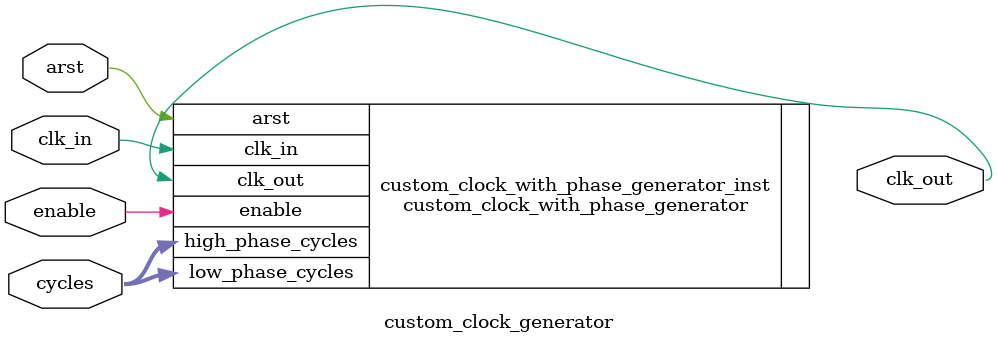
<source format=v>
`ifndef __CUSTOM_CLOCK_GENERATOR_V__
`define __CUSTOM_CLOCK_GENERATOR_V__

module custom_clock_generator
    #(parameter integer CYCLE_WIDTH = 16)
    (
        input arst,
        input clk_in,
        input enable,
        input [CYCLE_WIDTH-1:0] cycles,
        output reg clk_out
    );

    custom_clock_with_phase_generator #(
        .CYCLE_WIDTH(CYCLE_WIDTH)
    ) custom_clock_with_phase_generator_inst (
        .arst(arst),
        .clk_in(clk_in),
        .enable(enable),
        .high_phase_cycles(cycles),
        .low_phase_cycles(cycles),
        .clk_out(clk_out)
    );

endmodule

`endif

</source>
